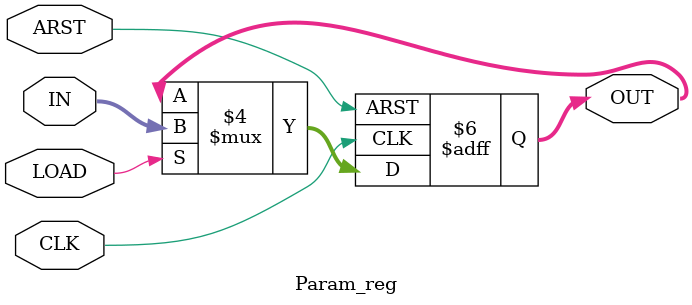
<source format=v>
module Param_reg #(parameter D_WIDTH = 8)(CLK, ARST, LOAD, IN, OUT);
input CLK, ARST, LOAD;
input [D_WIDTH-1:0] IN;
output reg [D_WIDTH-1:0] OUT;

always @(posedge CLK or posedge ARST)
begin
	if (ARST==1) OUT <= 0;
	else if (LOAD == 1) OUT <= IN;
end

endmodule

</source>
